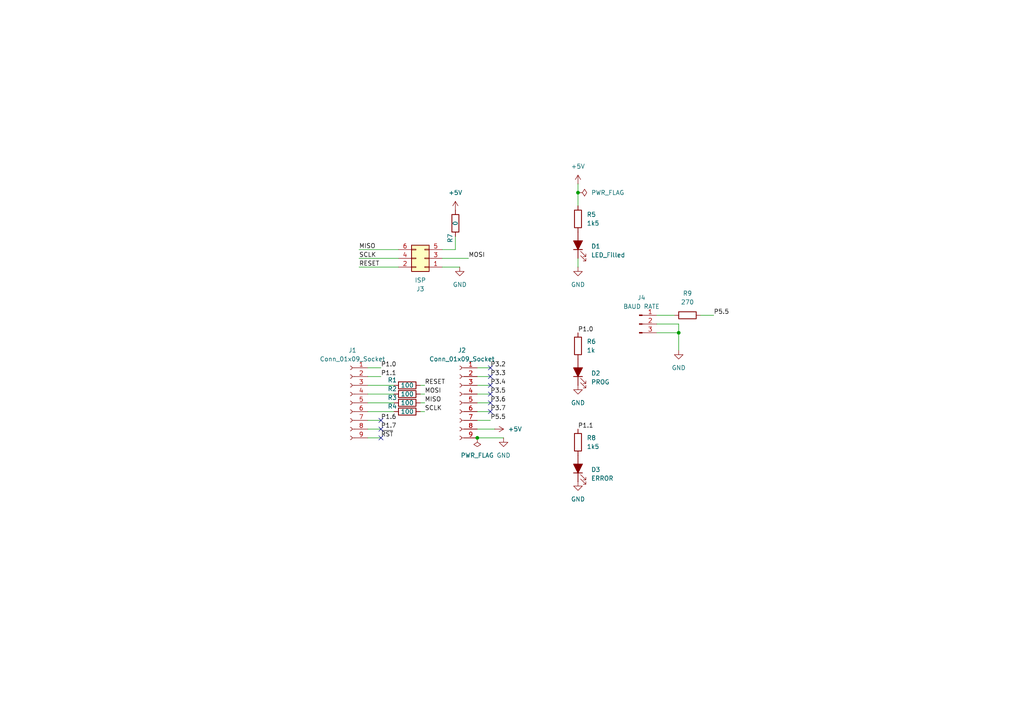
<source format=kicad_sch>
(kicad_sch (version 20231120) (generator "eeschema") (generator_version "8.0")
  (paper "A4")
  (title_block (title "STC-AVR-ISP") (date "2024-03-31") (rev "ver. 5V") (company "Weisz Pál | Schönherz Elektronikai Műhely"))
  (lib_symbols
    (symbol "Connector:Conn_01x03_Pin" (pin_names (offset 1.016) hide)
      (property "Reference" "J" (at 0 5.08 0))
      (property "Value" "Conn_01x03_Pin" (at 0 -5.08 0))
      (symbol "Conn_01x03_Pin_1_1"
        (polyline (pts (xy 1.27 -2.54) (xy 0.8636 -2.54)) (stroke (width 0.1524)))
        (polyline (pts (xy 1.27 0) (xy 0.8636 0)) (stroke (width 0.1524)))
        (polyline (pts (xy 1.27 2.54) (xy 0.8636 2.54)) (stroke (width 0.1524)))
        (rectangle (start 0.8636 -2.413) (end 0 -2.667) (stroke (width 0.1524)) (fill (type outline)))
        (rectangle (start 0.8636 0.127) (end 0 -0.127) (stroke (width 0.1524)) (fill (type outline)))
        (rectangle (start 0.8636 2.667) (end 0 2.413) (stroke (width 0.1524)) (fill (type outline)))
        (pin passive line (at 5.08 2.54 180) (length 3.81) (name "Pin_1") (number "1"))
        (pin passive line (at 5.08 0 180) (length 3.81) (name "Pin_2") (number "2"))
        (pin passive line (at 5.08 -2.54 180) (length 3.81) (name "Pin_3") (number "3"))
      )
    )
    (symbol "Connector:Conn_01x09_Socket" (pin_names (offset 1.016) hide)
      (property "Reference" "J" (at 0 12.7 0))
      (property "Value" "Conn_01x09_Socket" (at 0 -12.7 0))
      (symbol "Conn_01x09_Socket_1_1"
        (arc (start 0 -9.652) (mid -0.5058 -10.16) (end 0 -10.668) (stroke (width 0.1524)))
        (arc (start 0 -7.112) (mid -0.5058 -7.62) (end 0 -8.128) (stroke (width 0.1524)))
        (arc (start 0 -4.572) (mid -0.5058 -5.08) (end 0 -5.588) (stroke (width 0.1524)))
        (arc (start 0 -2.032) (mid -0.5058 -2.54) (end 0 -3.048) (stroke (width 0.1524)))
        (polyline (pts (xy -1.27 -10.16) (xy -0.508 -10.16)) (stroke (width 0.1524)))
        (polyline (pts (xy -1.27 -7.62) (xy -0.508 -7.62)) (stroke (width 0.1524)))
        (polyline (pts (xy -1.27 -5.08) (xy -0.508 -5.08)) (stroke (width 0.1524)))
        (polyline (pts (xy -1.27 -2.54) (xy -0.508 -2.54)) (stroke (width 0.1524)))
        (polyline (pts (xy -1.27 0) (xy -0.508 0)) (stroke (width 0.1524)))
        (polyline (pts (xy -1.27 2.54) (xy -0.508 2.54)) (stroke (width 0.1524)))
        (polyline (pts (xy -1.27 5.08) (xy -0.508 5.08)) (stroke (width 0.1524)))
        (polyline (pts (xy -1.27 7.62) (xy -0.508 7.62)) (stroke (width 0.1524)))
        (polyline (pts (xy -1.27 10.16) (xy -0.508 10.16)) (stroke (width 0.1524)))
        (arc (start 0 0.508) (mid -0.5058 0) (end 0 -0.508) (stroke (width 0.1524)))
        (arc (start 0 3.048) (mid -0.5058 2.54) (end 0 2.032) (stroke (width 0.1524)))
        (arc (start 0 5.588) (mid -0.5058 5.08) (end 0 4.572) (stroke (width 0.1524)))
        (arc (start 0 8.128) (mid -0.5058 7.62) (end 0 7.112) (stroke (width 0.1524)))
        (arc (start 0 10.668) (mid -0.5058 10.16) (end 0 9.652) (stroke (width 0.1524)))
        (pin passive line (at -5.08 10.16 0) (length 3.81) (name "Pin_1") (number "1"))
        (pin passive line (at -5.08 7.62 0) (length 3.81) (name "Pin_2") (number "2"))
        (pin passive line (at -5.08 5.08 0) (length 3.81) (name "Pin_3") (number "3"))
        (pin passive line (at -5.08 2.54 0) (length 3.81) (name "Pin_4") (number "4"))
        (pin passive line (at -5.08 0 0) (length 3.81) (name "Pin_5") (number "5"))
        (pin passive line (at -5.08 -2.54 0) (length 3.81) (name "Pin_6") (number "6"))
        (pin passive line (at -5.08 -5.08 0) (length 3.81) (name "Pin_7") (number "7"))
        (pin passive line (at -5.08 -7.62 0) (length 3.81) (name "Pin_8") (number "8"))
        (pin passive line (at -5.08 -10.16 0) (length 3.81) (name "Pin_9") (number "9"))
      )
    )
    (symbol "Connector_Generic:Conn_02x03_Odd_Even" (pin_names (offset 1.016) hide)
      (property "Reference" "J" (at 1.27 5.08 0))
      (property "Value" "Conn_02x03_Odd_Even" (at 1.27 -5.08 0))
      (symbol "Conn_02x03_Odd_Even_1_1"
        (rectangle (start -1.27 -2.413) (end 0 -2.667) (stroke (width 0.1524)))
        (rectangle (start -1.27 0.127) (end 0 -0.127) (stroke (width 0.1524)))
        (rectangle (start -1.27 2.667) (end 0 2.413) (stroke (width 0.1524)))
        (rectangle (start -1.27 3.81) (end 3.81 -3.81) (stroke (width 0.254)) (fill (type background)))
        (rectangle (start 3.81 -2.413) (end 2.54 -2.667) (stroke (width 0.1524)))
        (rectangle (start 3.81 0.127) (end 2.54 -0.127) (stroke (width 0.1524)))
        (rectangle (start 3.81 2.667) (end 2.54 2.413) (stroke (width 0.1524)))
        (pin passive line (at -5.08 2.54 0) (length 3.81) (name "Pin_1") (number "1"))
        (pin passive line (at 7.62 2.54 180) (length 3.81) (name "Pin_2") (number "2"))
        (pin passive line (at -5.08 0 0) (length 3.81) (name "Pin_3") (number "3"))
        (pin passive line (at 7.62 0 180) (length 3.81) (name "Pin_4") (number "4"))
        (pin passive line (at -5.08 -2.54 0) (length 3.81) (name "Pin_5") (number "5"))
        (pin passive line (at 7.62 -2.54 180) (length 3.81) (name "Pin_6") (number "6"))
      )
    )
    (symbol "Device:LED_Filled" (pin_numbers hide) (pin_names (offset 1.016) hide)
      (property "Reference" "D" (at 0 2.54 0))
      (property "Value" "LED_Filled" (at 0 -2.54 0))
      (symbol "LED_Filled_0_1"
        (polyline (pts (xy -1.27 -1.27) (xy -1.27 1.27)) (stroke (width 0.254)))
        (polyline (pts (xy -1.27 0) (xy 1.27 0)))
        (polyline (pts (xy 1.27 -1.27) (xy 1.27 1.27) (xy -1.27 0) (xy 1.27 -1.27)) (stroke (width 0.254)) (fill (type outline)))
        (polyline (pts (xy -3.048 -0.762) (xy -4.572 -2.286) (xy -3.81 -2.286) (xy -4.572 -2.286) (xy -4.572 -1.524)))
        (polyline (pts (xy -1.778 -0.762) (xy -3.302 -2.286) (xy -2.54 -2.286) (xy -3.302 -2.286) (xy -3.302 -1.524)))
      )
      (symbol "LED_Filled_1_1"
        (pin passive line (at -3.81 0 0) (length 2.54) (name "K") (number "1"))
        (pin passive line (at 3.81 0 180) (length 2.54) (name "A") (number "2"))
      )
    )
    (symbol "Device:R" (pin_numbers hide) (pin_names (offset 0))
      (property "Reference" "R" (at 2.032 0 90))
      (property "Value" "R" (at 0 0 90))
      (symbol "R_0_1"
        (rectangle (start -1.016 -2.54) (end 1.016 2.54) (stroke (width 0.254)))
      )
      (symbol "R_1_1"
        (pin passive line (at 0 3.81 270) (length 1.27) (name "~") (number "1"))
        (pin passive line (at 0 -3.81 90) (length 1.27) (name "~") (number "2"))
      )
    )
    (symbol "GND_1" (power) (pin_numbers hide) (pin_names (offset 0) hide)
      (property "Value" "GND" (at 0 -3.81 0))
      (symbol "GND_1_0_1"
        (polyline (pts (xy 0 0) (xy 0 -1.27) (xy 1.27 -1.27) (xy 0 -2.54) (xy -1.27 -1.27) (xy 0 -1.27)))
      )
      (symbol "GND_1_1_1"
        (pin power_in line (at 0 0 270) (length 0) (name "~") (number "1"))
      )
    )
    (symbol "power:+5V" (power) (pin_numbers hide) (pin_names (offset 0) hide)
      (property "Value" "+5V" (at 0 3.556 0))
      (symbol "+5V_0_1"
        (polyline (pts (xy -0.762 1.27) (xy 0 2.54)))
        (polyline (pts (xy 0 0) (xy 0 2.54)))
        (polyline (pts (xy 0 2.54) (xy 0.762 1.27)))
      )
      (symbol "+5V_1_1"
        (pin power_in line (at 0 0 90) (length 0) (name "~") (number "1"))
      )
    )
    (symbol "power:PWR_FLAG" (power) (pin_numbers hide) (pin_names (offset 0) hide)
      (property "Value" "PWR_FLAG" (at 0 3.81 0))
      (symbol "PWR_FLAG_0_0"
        (pin power_out line (at 0 0 90) (length 0) (name "~") (number "1"))
      )
      (symbol "PWR_FLAG_0_1"
        (polyline (pts (xy 0 0) (xy 0 1.27) (xy -1.016 1.905) (xy 0 2.54) (xy 1.016 1.905) (xy 0 1.27)))
      )
    )
  )
  (junction (at 196.85 96.52))
  (junction (at 138.43 127))
  (junction (at 167.64 55.88))
  (no_connect (at 142.24 114.3))
  (no_connect (at 142.24 119.38))
  (no_connect (at 110.49 124.46))
  (no_connect (at 142.24 109.22))
  (no_connect (at 110.49 127))
  (no_connect (at 142.24 111.76))
  (no_connect (at 110.49 121.92))
  (no_connect (at 142.24 106.68))
  (no_connect (at 142.24 116.84))
  (wire (pts (xy 106.68 109.22) (xy 110.49 109.22)))
  (wire (pts (xy 190.5 91.44) (xy 195.58 91.44)))
  (wire (pts (xy 104.14 77.47) (xy 115.57 77.47)))
  (wire (pts (xy 167.64 53.34) (xy 167.64 55.88)))
  (wire (pts (xy 132.08 72.39) (xy 128.27 72.39)))
  (wire (pts (xy 121.92 116.84) (xy 123.19 116.84)))
  (wire (pts (xy 196.85 96.52) (xy 196.85 101.6)))
  (wire (pts (xy 196.85 93.98) (xy 196.85 96.52)))
  (wire (pts (xy 128.27 74.93) (xy 135.89 74.93)))
  (wire (pts (xy 167.64 55.88) (xy 167.64 59.69)))
  (wire (pts (xy 190.5 93.98) (xy 196.85 93.98)))
  (wire (pts (xy 167.64 74.93) (xy 167.64 77.47)))
  (wire (pts (xy 121.92 119.38) (xy 123.19 119.38)))
  (wire (pts (xy 121.92 114.3) (xy 123.19 114.3)))
  (wire (pts (xy 138.43 116.84) (xy 142.24 116.84)))
  (wire (pts (xy 106.68 127) (xy 110.49 127)))
  (wire (pts (xy 138.43 109.22) (xy 142.24 109.22)))
  (wire (pts (xy 138.43 114.3) (xy 142.24 114.3)))
  (wire (pts (xy 106.68 121.92) (xy 110.49 121.92)))
  (wire (pts (xy 128.27 77.47) (xy 133.35 77.47)))
  (wire (pts (xy 138.43 111.76) (xy 142.24 111.76)))
  (wire (pts (xy 106.68 124.46) (xy 110.49 124.46)))
  (wire (pts (xy 106.68 114.3) (xy 114.3 114.3)))
  (wire (pts (xy 138.43 124.46) (xy 143.51 124.46)))
  (wire (pts (xy 138.43 119.38) (xy 142.24 119.38)))
  (wire (pts (xy 121.92 111.76) (xy 123.19 111.76)))
  (wire (pts (xy 138.43 121.92) (xy 142.24 121.92)))
  (wire (pts (xy 190.5 96.52) (xy 196.85 96.52)))
  (wire (pts (xy 138.43 127) (xy 146.05 127)))
  (wire (pts (xy 106.68 119.38) (xy 114.3 119.38)))
  (wire (pts (xy 104.14 72.39) (xy 115.57 72.39)))
  (wire (pts (xy 138.43 106.68) (xy 142.24 106.68)))
  (wire (pts (xy 203.2 91.44) (xy 207.01 91.44)))
  (wire (pts (xy 106.68 106.68) (xy 110.49 106.68)))
  (wire (pts (xy 132.08 68.58) (xy 132.08 72.39)))
  (wire (pts (xy 106.68 116.84) (xy 114.3 116.84)))
  (wire (pts (xy 104.14 74.93) (xy 115.57 74.93)))
  (wire (pts (xy 106.68 111.76) (xy 114.3 111.76)))
  (label "P3.7" (at 142.24 119.38 0))
  (label "P3.2" (at 142.24 106.68 0))
  (label "P3.3" (at 142.24 109.22 0))
  (label "P1.1" (at 110.49 109.22 0))
  (label "RESET" (at 104.14 77.47 0))
  (label "P1.6" (at 110.49 121.92 0))
  (label "SCLK" (at 123.19 119.38 0))
  (label "P3.6" (at 142.24 116.84 0))
  (label "RESET" (at 123.19 111.76 0))
  (label "P1.7" (at 110.49 124.46 0))
  (label "P5.5" (at 142.24 121.92 0))
  (label "SCLK" (at 104.14 74.93 0))
  (label "MOSI" (at 123.19 114.3 0))
  (label "P3.5" (at 142.24 114.3 0))
  (label "MISO" (at 104.14 72.39 0))
  (label "P5.5" (at 207.01 91.44 0))
  (label "P1.1" (at 167.64 124.46 0))
  (label "MOSI" (at 135.89 74.93 0))
  (label "P1.0" (at 110.49 106.68 0))
  (label "P1.0" (at 167.64 96.52 0))
  (label "P3.4" (at 142.24 111.76 0))
  (label "~{RST}" (at 110.49 127 0))
  (label "MISO" (at 123.19 116.84 0))
  (symbol (lib_name "GND_1") (lib_id "power:GND") (at 167.64 139.7 0) (unit 1)
    (property "Reference" "#PWR06" (effects (hide yes)))
    (property "Value" "GND" (at 167.64 144.78 0))
    (property "Description" "Power symbol creates a global label with name \"GND\" , ground" (effects (hide yes)))
  )
  (symbol (lib_id "Device:R") (at 167.64 100.33 0) (unit 1)
    (property "Reference" "R6" (at 170.18 99.0599 0) (effects (justify left)))
    (property "Value" "1k" (at 170.18 101.5999 0) (effects (justify left)))
    (property "Footprint" "Resistor_SMD:R_0805_2012Metric_Pad1.20x1.40mm_HandSolder" (effects (hide yes)))
    (property "Description" "Resistor" (effects (hide yes)))
  )
  (symbol (lib_id "power:+5V") (at 143.51 124.46 270) (unit 1)
    (property "Reference" "#PWR01" (effects (hide yes)))
    (property "Value" "+5V" (at 147.32 124.4599 90) (effects (justify left)))
    (property "Description" "Power symbol creates a global label with name \"+5V\"" (effects (hide yes)))
  )
  (symbol (lib_id "Device:R") (at 118.11 111.76 90) (unit 1)
    (property "Reference" "R1" (at 113.792 110.236 90))
    (property "Value" "100" (at 118.11 111.76 90))
    (property "Footprint" "Resistor_SMD:R_0805_2012Metric_Pad1.20x1.40mm_HandSolder" (effects (hide yes)))
    (property "Description" "Resistor" (effects (hide yes)))
  )
  (symbol (lib_name "GND_1") (lib_id "power:GND") (at 167.64 77.47 0) (unit 1)
    (property "Reference" "#PWR016" (effects (hide yes)))
    (property "Value" "GND" (at 167.64 82.55 0))
    (property "Description" "Power symbol creates a global label with name \"GND\" , ground" (effects (hide yes)))
  )
  (symbol (lib_id "power:+5V") (at 167.64 53.34 0) (unit 1)
    (property "Reference" "#PWR04" (effects (hide yes)))
    (property "Value" "+5V" (at 167.64 48.26 0))
    (property "Description" "Power symbol creates a global label with name \"+5V\"" (effects (hide yes)))
  )
  (symbol (lib_id "Connector_Generic:Conn_02x03_Odd_Even") (at 123.19 74.93 180) (unit 1)
    (property "Reference" "J3" (at 121.92 83.82 0))
    (property "Value" "ISP" (at 121.92 81.28 0))
    (property "Footprint" "Connector_PinSocket_2.54mm:PinSocket_2x03_P2.54mm_Horizontal" (effects (hide yes)))
    (property "Description" "Generic connector, double row, 02x03, odd/even pin numbering scheme (row 1 odd numbers, row 2 even numbers), script generated (kicad-library-utils/schlib/autogen/connector/)" (effects (hide yes)))
  )
  (symbol (lib_id "Device:LED_Filled") (at 167.64 107.95 90) (unit 1)
    (property "Reference" "D2" (at 171.45 108.2674 90) (effects (justify right)))
    (property "Value" "PROG" (at 171.45 110.8074 90) (effects (justify right)))
    (property "Footprint" "LED_THT:LED_D3.0mm" (effects (hide yes)))
    (property "Description" "Light emitting diode, filled shape" (effects (hide yes)))
  )
  (symbol (lib_name "GND_1") (lib_id "power:GND") (at 146.05 127 0) (unit 1)
    (property "Reference" "#PWR02" (effects (hide yes)))
    (property "Value" "GND" (at 146.05 132.08 0))
    (property "Description" "Power symbol creates a global label with name \"GND\" , ground" (effects (hide yes)))
  )
  (symbol (lib_id "power:PWR_FLAG") (at 167.64 55.88 270) (unit 1)
    (property "Reference" "#FLG02" (effects (hide yes)))
    (property "Value" "PWR_FLAG" (at 171.45 55.8799 90) (effects (justify left)))
    (property "Description" "Special symbol for telling ERC where power comes from" (effects (hide yes)))
  )
  (symbol (lib_id "Device:LED_Filled") (at 167.64 71.12 90) (unit 1)
    (property "Reference" "D1" (at 171.45 71.4374 90) (effects (justify right)))
    (property "Value" "LED_Filled" (at 171.45 73.9774 90) (effects (justify right)))
    (property "Footprint" "LED_SMD:LED_0805_2012Metric_Pad1.15x1.40mm_HandSolder" (effects (hide yes)))
    (property "Description" "Light emitting diode, filled shape" (effects (hide yes)))
  )
  (symbol (lib_id "Device:R") (at 167.64 128.27 0) (unit 1)
    (property "Reference" "R8" (at 170.18 126.9999 0) (effects (justify left)))
    (property "Value" "1k5" (at 170.18 129.5399 0) (effects (justify left)))
    (property "Footprint" "Resistor_SMD:R_0805_2012Metric_Pad1.20x1.40mm_HandSolder" (effects (hide yes)))
    (property "Description" "Resistor" (effects (hide yes)))
  )
  (symbol (lib_id "Device:R") (at 167.64 63.5 0) (unit 1)
    (property "Reference" "R5" (at 170.18 62.2299 0) (effects (justify left)))
    (property "Value" "1k5" (at 170.18 64.7699 0) (effects (justify left)))
    (property "Footprint" "Resistor_SMD:R_0805_2012Metric_Pad1.20x1.40mm_HandSolder" (effects (hide yes)))
    (property "Description" "Resistor" (effects (hide yes)))
  )
  (symbol (lib_name "GND_1") (lib_id "power:GND") (at 167.64 111.76 0) (unit 1)
    (property "Reference" "#PWR05" (effects (hide yes)))
    (property "Value" "GND" (at 167.64 116.84 0))
    (property "Description" "Power symbol creates a global label with name \"GND\" , ground" (effects (hide yes)))
  )
  (symbol (lib_id "Device:R") (at 199.39 91.44 90) (unit 1)
    (property "Reference" "R9" (at 199.39 85.09 90))
    (property "Value" "270" (at 199.39 87.63 90))
    (property "Footprint" "Resistor_SMD:R_0805_2012Metric_Pad1.20x1.40mm_HandSolder" (effects (hide yes)))
    (property "Description" "Resistor" (effects (hide yes)))
  )
  (symbol (lib_name "GND_1") (lib_id "power:GND") (at 133.35 77.47 0) (unit 1)
    (property "Reference" "#PWR010" (effects (hide yes)))
    (property "Value" "GND" (at 133.35 82.55 0))
    (property "Description" "Power symbol creates a global label with name \"GND\" , ground" (effects (hide yes)))
  )
  (symbol (lib_id "Device:R") (at 118.11 119.38 90) (unit 1)
    (property "Reference" "R4" (at 113.792 117.856 90))
    (property "Value" "100" (at 118.11 119.38 90))
    (property "Footprint" "Resistor_SMD:R_0805_2012Metric_Pad1.20x1.40mm_HandSolder" (effects (hide yes)))
    (property "Description" "Resistor" (effects (hide yes)))
  )
  (symbol (lib_id "Connector:Conn_01x03_Pin") (at 185.42 93.98 0) (unit 1)
    (property "Reference" "J4" (at 186.055 86.36 0))
    (property "Value" "BAUD RATE" (at 186.055 88.9 0))
    (property "Footprint" "Connector_PinHeader_2.54mm:PinHeader_1x03_P2.54mm_Vertical" (effects (hide yes)))
    (property "Description" "Generic connector, single row, 01x03, script generated" (effects (hide yes)))
  )
  (symbol (lib_id "Device:R") (at 118.11 114.3 90) (unit 1)
    (property "Reference" "R2" (at 113.792 112.776 90))
    (property "Value" "100" (at 118.11 114.3 90))
    (property "Footprint" "Resistor_SMD:R_0805_2012Metric_Pad1.20x1.40mm_HandSolder" (effects (hide yes)))
    (property "Description" "Resistor" (effects (hide yes)))
  )
  (symbol (lib_id "Connector:Conn_01x09_Socket") (at 101.6 116.84 0) (mirror y) (unit 1)
    (property "Reference" "J1" (at 102.235 101.6 0))
    (property "Value" "Conn_01x09_Socket" (at 102.235 104.14 0))
    (property "Footprint" "Connector_PinSocket_2.54mm:PinSocket_1x09_P2.54mm_Vertical" (effects (hide yes)))
    (property "Description" "Generic connector, single row, 01x09, script generated" (effects (hide yes)))
  )
  (symbol (lib_id "Device:LED_Filled") (at 167.64 135.89 90) (unit 1)
    (property "Reference" "D3" (at 171.45 136.2074 90) (effects (justify right)))
    (property "Value" "ERROR" (at 171.45 138.7474 90) (effects (justify right)))
    (property "Footprint" "LED_THT:LED_D3.0mm" (effects (hide yes)))
    (property "Description" "Light emitting diode, filled shape" (effects (hide yes)))
  )
  (symbol (lib_id "power:+5V") (at 132.08 60.96 0) (unit 1)
    (property "Reference" "#PWR03" (effects (hide yes)))
    (property "Value" "+5V" (at 132.08 55.88 0))
    (property "Description" "Power symbol creates a global label with name \"+5V\"" (effects (hide yes)))
  )
  (symbol (lib_id "Connector:Conn_01x09_Socket") (at 133.35 116.84 0) (mirror y) (unit 1)
    (property "Reference" "J2" (at 133.985 101.6 0))
    (property "Value" "Conn_01x09_Socket" (at 133.985 104.14 0))
    (property "Footprint" "Connector_PinSocket_2.54mm:PinSocket_1x09_P2.54mm_Vertical" (effects (hide yes)))
    (property "Description" "Generic connector, single row, 01x09, script generated" (effects (hide yes)))
  )
  (symbol (lib_name "GND_1") (lib_id "power:GND") (at 196.85 101.6 0) (unit 1)
    (property "Reference" "#PWR07" (effects (hide yes)))
    (property "Value" "GND" (at 196.85 106.68 0))
    (property "Description" "Power symbol creates a global label with name \"GND\" , ground" (effects (hide yes)))
  )
  (symbol (lib_id "Device:R") (at 132.08 64.77 180) (unit 1)
    (property "Reference" "R7" (at 130.556 69.088 90))
    (property "Value" "0" (at 132.08 64.77 90))
    (property "Footprint" "Resistor_SMD:R_0805_2012Metric_Pad1.20x1.40mm_HandSolder" (effects (hide yes)))
    (property "Description" "Resistor" (effects (hide yes)))
  )
  (symbol (lib_id "power:PWR_FLAG") (at 138.43 127 180) (unit 1)
    (property "Reference" "#FLG03" (effects (hide yes)))
    (property "Value" "PWR_FLAG" (at 138.43 132.08 0))
    (property "Description" "Special symbol for telling ERC where power comes from" (effects (hide yes)))
  )
  (symbol (lib_id "Device:R") (at 118.11 116.84 90) (unit 1)
    (property "Reference" "R3" (at 113.792 115.316 90))
    (property "Value" "100" (at 118.11 116.84 90))
    (property "Footprint" "Resistor_SMD:R_0805_2012Metric_Pad1.20x1.40mm_HandSolder" (effects (hide yes)))
    (property "Description" "Resistor" (effects (hide yes)))
  )
)
</source>
